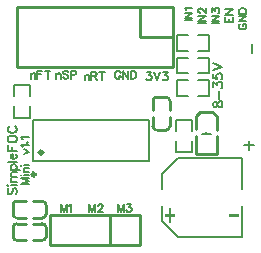
<source format=gto>
G04 Layer: TopSilkscreenLayer*
G04 EasyEDA v6.5.42, 2024-04-26 14:21:03*
G04 83e926d313864eea94535a794ce2a587,2865ae9118a24060a17af6d01c9bcc73,10*
G04 Gerber Generator version 0.2*
G04 Scale: 100 percent, Rotated: No, Reflected: No *
G04 Dimensions in millimeters *
G04 leading zeros omitted , absolute positions ,4 integer and 5 decimal *
%FSLAX45Y45*%
%MOMM*%

%ADD10C,0.2032*%
%ADD11C,0.2540*%
%ADD12C,0.2030*%
%ADD13C,0.1524*%
%ADD14C,0.3000*%
%ADD15C,0.0122*%

%LPD*%
D10*
X1491488Y-393700D02*
G01*
X1558290Y-393700D01*
X1491488Y-393700D02*
G01*
X1491488Y-352297D01*
X1523238Y-393700D02*
G01*
X1523238Y-368300D01*
X1558290Y-393700D02*
G01*
X1558290Y-352297D01*
X1491488Y-331215D02*
G01*
X1558290Y-331215D01*
X1491488Y-331215D02*
G01*
X1558290Y-286765D01*
X1491488Y-286765D02*
G01*
X1558290Y-286765D01*
X1691893Y-1398523D02*
G01*
X1691891Y-1480565D01*
X1651000Y-1439418D02*
G01*
X1732788Y-1439418D01*
X1718818Y-660400D02*
G01*
X1718818Y-578612D01*
X1392427Y-1099312D02*
G01*
X1395984Y-1110234D01*
X1403350Y-1114044D01*
X1410715Y-1114044D01*
X1417827Y-1110234D01*
X1421638Y-1103121D01*
X1425193Y-1088389D01*
X1428750Y-1077721D01*
X1436115Y-1070355D01*
X1443481Y-1066800D01*
X1454404Y-1066800D01*
X1461515Y-1070355D01*
X1465325Y-1073912D01*
X1468881Y-1084834D01*
X1468881Y-1099312D01*
X1465325Y-1110234D01*
X1461515Y-1114044D01*
X1454404Y-1117600D01*
X1443481Y-1117600D01*
X1436115Y-1114044D01*
X1428750Y-1106678D01*
X1425193Y-1095755D01*
X1421638Y-1081278D01*
X1417827Y-1073912D01*
X1410715Y-1070355D01*
X1403350Y-1070355D01*
X1395984Y-1073912D01*
X1392427Y-1084834D01*
X1392427Y-1099312D01*
X1436115Y-1042670D02*
G01*
X1436115Y-977137D01*
X1392427Y-945895D02*
G01*
X1392427Y-906018D01*
X1421638Y-927862D01*
X1421638Y-916939D01*
X1425193Y-909573D01*
X1428750Y-906018D01*
X1439672Y-902207D01*
X1447038Y-902207D01*
X1457959Y-906018D01*
X1465325Y-913129D01*
X1468881Y-924052D01*
X1468881Y-934973D01*
X1465325Y-945895D01*
X1461515Y-949705D01*
X1454404Y-953262D01*
X1392427Y-834644D02*
G01*
X1392427Y-870965D01*
X1425193Y-874776D01*
X1421638Y-870965D01*
X1417827Y-860044D01*
X1417827Y-849121D01*
X1421638Y-838454D01*
X1428750Y-831087D01*
X1439672Y-827531D01*
X1447038Y-827531D01*
X1457959Y-831087D01*
X1465325Y-838454D01*
X1468881Y-849121D01*
X1468881Y-860044D01*
X1465325Y-870965D01*
X1461515Y-874776D01*
X1454404Y-878331D01*
X1392427Y-803402D02*
G01*
X1468881Y-774445D01*
X1392427Y-745236D02*
G01*
X1468881Y-774445D01*
X-336550Y-1803400D02*
G01*
X-343915Y-1810512D01*
X-347471Y-1821434D01*
X-347471Y-1835912D01*
X-343915Y-1846834D01*
X-336550Y-1854200D01*
X-329184Y-1854200D01*
X-322071Y-1850644D01*
X-318262Y-1846834D01*
X-314705Y-1839721D01*
X-307339Y-1817878D01*
X-303784Y-1810512D01*
X-300228Y-1806955D01*
X-292862Y-1803400D01*
X-281939Y-1803400D01*
X-274573Y-1810512D01*
X-271018Y-1821434D01*
X-271018Y-1835912D01*
X-274573Y-1846834D01*
X-281939Y-1854200D01*
X-347471Y-1779270D02*
G01*
X-343915Y-1775713D01*
X-347471Y-1771904D01*
X-351028Y-1775713D01*
X-347471Y-1779270D01*
X-322071Y-1775713D02*
G01*
X-271018Y-1775713D01*
X-322071Y-1748028D02*
G01*
X-271018Y-1748028D01*
X-307339Y-1748028D02*
G01*
X-318262Y-1737105D01*
X-322071Y-1729739D01*
X-322071Y-1718818D01*
X-318262Y-1711705D01*
X-307339Y-1707895D01*
X-271018Y-1707895D01*
X-307339Y-1707895D02*
G01*
X-318262Y-1697228D01*
X-322071Y-1689862D01*
X-322071Y-1678939D01*
X-318262Y-1671573D01*
X-307339Y-1668018D01*
X-271018Y-1668018D01*
X-322071Y-1644142D02*
G01*
X-245618Y-1644142D01*
X-311150Y-1644142D02*
G01*
X-318262Y-1636776D01*
X-322071Y-1629410D01*
X-322071Y-1618487D01*
X-318262Y-1611376D01*
X-311150Y-1604010D01*
X-300228Y-1600454D01*
X-292862Y-1600454D01*
X-281939Y-1604010D01*
X-274573Y-1611376D01*
X-271018Y-1618487D01*
X-271018Y-1629410D01*
X-274573Y-1636776D01*
X-281939Y-1644142D01*
X-347471Y-1576323D02*
G01*
X-271018Y-1576323D01*
X-300228Y-1552447D02*
G01*
X-300228Y-1508760D01*
X-307339Y-1508760D01*
X-314705Y-1512315D01*
X-318262Y-1516126D01*
X-322071Y-1523237D01*
X-322071Y-1534160D01*
X-318262Y-1541526D01*
X-311150Y-1548637D01*
X-300228Y-1552447D01*
X-292862Y-1552447D01*
X-281939Y-1548637D01*
X-274573Y-1541526D01*
X-271018Y-1534160D01*
X-271018Y-1523237D01*
X-274573Y-1516126D01*
X-281939Y-1508760D01*
X-347471Y-1484629D02*
G01*
X-271018Y-1484629D01*
X-347471Y-1484629D02*
G01*
X-347471Y-1437386D01*
X-311150Y-1484629D02*
G01*
X-311150Y-1455673D01*
X-347471Y-1391665D02*
G01*
X-343915Y-1399031D01*
X-336550Y-1406144D01*
X-329184Y-1409954D01*
X-318262Y-1413510D01*
X-300228Y-1413510D01*
X-289305Y-1409954D01*
X-281939Y-1406144D01*
X-274573Y-1399031D01*
X-271018Y-1391665D01*
X-271018Y-1377187D01*
X-274573Y-1369821D01*
X-281939Y-1362455D01*
X-289305Y-1358900D01*
X-300228Y-1355344D01*
X-318262Y-1355344D01*
X-329184Y-1358900D01*
X-336550Y-1362455D01*
X-343915Y-1369821D01*
X-347471Y-1377187D01*
X-347471Y-1391665D01*
X-329184Y-1276857D02*
G01*
X-336550Y-1280413D01*
X-343915Y-1287779D01*
X-347471Y-1294892D01*
X-347471Y-1309370D01*
X-343915Y-1316736D01*
X-336550Y-1324102D01*
X-329184Y-1327657D01*
X-318262Y-1331213D01*
X-300228Y-1331213D01*
X-289305Y-1327657D01*
X-281939Y-1324102D01*
X-274573Y-1316736D01*
X-271018Y-1309370D01*
X-271018Y-1294892D01*
X-274573Y-1287779D01*
X-281939Y-1280413D01*
X-289305Y-1276857D01*
X-213360Y-1511300D02*
G01*
X-168910Y-1492250D01*
X-213360Y-1473200D02*
G01*
X-168910Y-1492250D01*
X-223012Y-1452118D02*
G01*
X-226313Y-1445768D01*
X-235712Y-1436115D01*
X-168910Y-1436115D01*
X-184912Y-1411986D02*
G01*
X-181610Y-1415287D01*
X-178562Y-1411986D01*
X-181610Y-1408937D01*
X-184912Y-1411986D01*
X-223012Y-1387855D02*
G01*
X-226313Y-1381505D01*
X-235712Y-1371854D01*
X-168910Y-1371854D01*
X101600Y-1935987D02*
G01*
X101600Y-2002789D01*
X101600Y-1935987D02*
G01*
X127000Y-2002789D01*
X152400Y-1935987D02*
G01*
X127000Y-2002789D01*
X152400Y-1935987D02*
G01*
X152400Y-2002789D01*
X173481Y-1948687D02*
G01*
X179831Y-1945386D01*
X189484Y-1935987D01*
X189484Y-2002789D01*
X342900Y-1935987D02*
G01*
X342900Y-2002789D01*
X342900Y-1935987D02*
G01*
X368300Y-2002789D01*
X393700Y-1935987D02*
G01*
X368300Y-2002789D01*
X393700Y-1935987D02*
G01*
X393700Y-2002789D01*
X418084Y-1951989D02*
G01*
X418084Y-1948687D01*
X421131Y-1942337D01*
X424434Y-1939036D01*
X430784Y-1935987D01*
X443484Y-1935987D01*
X449834Y-1939036D01*
X452881Y-1942337D01*
X456184Y-1948687D01*
X456184Y-1955037D01*
X452881Y-1961387D01*
X446531Y-1971039D01*
X414781Y-2002789D01*
X459231Y-2002789D01*
X584098Y-1935886D02*
G01*
X584098Y-2002688D01*
X584098Y-1935886D02*
G01*
X609752Y-2002688D01*
X635152Y-1935886D02*
G01*
X609752Y-2002688D01*
X635152Y-1935886D02*
G01*
X635152Y-2002688D01*
X662584Y-1935886D02*
G01*
X697382Y-1935886D01*
X678332Y-1961286D01*
X687984Y-1961286D01*
X694334Y-1964588D01*
X697382Y-1967890D01*
X700684Y-1977288D01*
X700684Y-1983638D01*
X697382Y-1993290D01*
X691032Y-1999640D01*
X681634Y-2002688D01*
X671982Y-2002688D01*
X662584Y-1999640D01*
X659282Y-1996338D01*
X655980Y-1989988D01*
X-235712Y-1765300D02*
G01*
X-168910Y-1765300D01*
X-235712Y-1765300D02*
G01*
X-168910Y-1739900D01*
X-235712Y-1714500D02*
G01*
X-168910Y-1739900D01*
X-235712Y-1714500D02*
G01*
X-168910Y-1714500D01*
X-235712Y-1693418D02*
G01*
X-232663Y-1690115D01*
X-235712Y-1687068D01*
X-239013Y-1690115D01*
X-235712Y-1693418D01*
X-213360Y-1690115D02*
G01*
X-168910Y-1690115D01*
X-213360Y-1665986D02*
G01*
X-168910Y-1665986D01*
X-200660Y-1665986D02*
G01*
X-210312Y-1656587D01*
X-213360Y-1650237D01*
X-213360Y-1640586D01*
X-210312Y-1634236D01*
X-200660Y-1630934D01*
X-168910Y-1630934D01*
X-235712Y-1610105D02*
G01*
X-232663Y-1606804D01*
X-235712Y-1603755D01*
X-239013Y-1606804D01*
X-235712Y-1610105D01*
X-213360Y-1606804D02*
G01*
X-168910Y-1606804D01*
X1148588Y-381000D02*
G01*
X1215390Y-381000D01*
X1148588Y-359918D02*
G01*
X1215390Y-359918D01*
X1148588Y-359918D02*
G01*
X1215390Y-315468D01*
X1148588Y-315468D02*
G01*
X1215390Y-315468D01*
X1161288Y-294386D02*
G01*
X1157986Y-288036D01*
X1148588Y-278637D01*
X1215390Y-278637D01*
X1262888Y-406400D02*
G01*
X1329690Y-406400D01*
X1262888Y-385318D02*
G01*
X1329690Y-385318D01*
X1262888Y-385318D02*
G01*
X1329690Y-340868D01*
X1262888Y-340868D02*
G01*
X1329690Y-340868D01*
X1278890Y-316737D02*
G01*
X1275588Y-316737D01*
X1269238Y-313436D01*
X1265936Y-310387D01*
X1262888Y-304037D01*
X1262888Y-291337D01*
X1265936Y-284734D01*
X1269238Y-281686D01*
X1275588Y-278384D01*
X1281938Y-278384D01*
X1288288Y-281686D01*
X1297940Y-288036D01*
X1329690Y-319786D01*
X1329690Y-275336D01*
X1377188Y-406400D02*
G01*
X1443990Y-406400D01*
X1377188Y-385318D02*
G01*
X1443990Y-385318D01*
X1377188Y-385318D02*
G01*
X1443990Y-340868D01*
X1377188Y-340868D02*
G01*
X1443990Y-340868D01*
X1377188Y-313436D02*
G01*
X1377188Y-278384D01*
X1402588Y-297687D01*
X1402588Y-288036D01*
X1405890Y-281686D01*
X1408938Y-278384D01*
X1418590Y-275336D01*
X1424940Y-275336D01*
X1434338Y-278384D01*
X1440688Y-284734D01*
X1443990Y-294386D01*
X1443990Y-304037D01*
X1440688Y-313436D01*
X1437640Y-316737D01*
X1431290Y-319786D01*
X831850Y-818387D02*
G01*
X866902Y-818387D01*
X847852Y-843787D01*
X857250Y-843787D01*
X863600Y-847089D01*
X866902Y-850137D01*
X869950Y-859789D01*
X869950Y-866139D01*
X866902Y-875537D01*
X860552Y-881887D01*
X850900Y-885189D01*
X841502Y-885189D01*
X831850Y-881887D01*
X828802Y-878839D01*
X825500Y-872489D01*
X891031Y-818387D02*
G01*
X916431Y-885189D01*
X941831Y-818387D02*
G01*
X916431Y-885189D01*
X969263Y-818387D02*
G01*
X1004315Y-818387D01*
X985265Y-843787D01*
X994663Y-843787D01*
X1001013Y-847089D01*
X1004315Y-850137D01*
X1007618Y-859789D01*
X1007618Y-866139D01*
X1004315Y-875537D01*
X997965Y-881887D01*
X988313Y-885189D01*
X978915Y-885189D01*
X969263Y-881887D01*
X966215Y-878839D01*
X962913Y-872489D01*
X1621790Y-409447D02*
G01*
X1615186Y-412750D01*
X1608836Y-419100D01*
X1605788Y-425450D01*
X1605788Y-438150D01*
X1608836Y-444500D01*
X1615186Y-450850D01*
X1621790Y-453897D01*
X1631188Y-457200D01*
X1647190Y-457200D01*
X1656588Y-453897D01*
X1662938Y-450850D01*
X1669288Y-444500D01*
X1672590Y-438150D01*
X1672590Y-425450D01*
X1669288Y-419100D01*
X1662938Y-412750D01*
X1656588Y-409447D01*
X1647190Y-409447D01*
X1647190Y-425450D02*
G01*
X1647190Y-409447D01*
X1605788Y-388365D02*
G01*
X1672590Y-388365D01*
X1605788Y-388365D02*
G01*
X1672590Y-343915D01*
X1605788Y-343915D02*
G01*
X1672590Y-343915D01*
X1605788Y-322834D02*
G01*
X1672590Y-322834D01*
X1605788Y-322834D02*
G01*
X1605788Y-300736D01*
X1608836Y-291084D01*
X1615186Y-284734D01*
X1621790Y-281686D01*
X1631188Y-278384D01*
X1647190Y-278384D01*
X1656588Y-281686D01*
X1662938Y-284734D01*
X1669288Y-291084D01*
X1672590Y-300736D01*
X1672590Y-322834D01*
X-152400Y-828039D02*
G01*
X-152400Y-872489D01*
X-152400Y-840739D02*
G01*
X-142747Y-831087D01*
X-136397Y-828039D01*
X-127000Y-828039D01*
X-120650Y-831087D01*
X-117347Y-840739D01*
X-117347Y-872489D01*
X-96520Y-805687D02*
G01*
X-96520Y-872489D01*
X-96520Y-805687D02*
G01*
X-55118Y-805687D01*
X-96520Y-837437D02*
G01*
X-70865Y-837437D01*
X-11684Y-805687D02*
G01*
X-11684Y-872489D01*
X-34036Y-805687D02*
G01*
X10413Y-805687D01*
X63500Y-828039D02*
G01*
X63500Y-872489D01*
X63500Y-840739D02*
G01*
X73152Y-831087D01*
X79502Y-828039D01*
X88900Y-828039D01*
X95250Y-831087D01*
X98552Y-840739D01*
X98552Y-872489D01*
X164084Y-815086D02*
G01*
X157734Y-808736D01*
X148081Y-805687D01*
X135381Y-805687D01*
X125984Y-808736D01*
X119379Y-815086D01*
X119379Y-821689D01*
X122681Y-828039D01*
X125984Y-831087D01*
X132334Y-834389D01*
X151384Y-840739D01*
X157734Y-843787D01*
X160781Y-847089D01*
X164084Y-853439D01*
X164084Y-862837D01*
X157734Y-869187D01*
X148081Y-872489D01*
X135381Y-872489D01*
X125984Y-869187D01*
X119379Y-862837D01*
X185165Y-805687D02*
G01*
X185165Y-872489D01*
X185165Y-805687D02*
G01*
X213613Y-805687D01*
X223265Y-808736D01*
X226313Y-812037D01*
X229615Y-818387D01*
X229615Y-828039D01*
X226313Y-834389D01*
X223265Y-837437D01*
X213613Y-840739D01*
X185165Y-840739D01*
X304800Y-840739D02*
G01*
X304800Y-885189D01*
X304800Y-853439D02*
G01*
X314452Y-843787D01*
X320802Y-840739D01*
X330200Y-840739D01*
X336550Y-843787D01*
X339852Y-853439D01*
X339852Y-885189D01*
X360679Y-818387D02*
G01*
X360679Y-885189D01*
X360679Y-818387D02*
G01*
X389381Y-818387D01*
X399034Y-821436D01*
X402081Y-824737D01*
X405384Y-831087D01*
X405384Y-837437D01*
X402081Y-843787D01*
X399034Y-847089D01*
X389381Y-850137D01*
X360679Y-850137D01*
X383031Y-850137D02*
G01*
X405384Y-885189D01*
X448563Y-818387D02*
G01*
X448563Y-885189D01*
X426465Y-818387D02*
G01*
X470915Y-818387D01*
X606552Y-821689D02*
G01*
X603250Y-815086D01*
X596900Y-808736D01*
X590550Y-805687D01*
X577850Y-805687D01*
X571500Y-808736D01*
X565150Y-815086D01*
X562102Y-821689D01*
X558800Y-831087D01*
X558800Y-847089D01*
X562102Y-856487D01*
X565150Y-862837D01*
X571500Y-869187D01*
X577850Y-872489D01*
X590550Y-872489D01*
X596900Y-869187D01*
X603250Y-862837D01*
X606552Y-856487D01*
X606552Y-847089D01*
X590550Y-847089D02*
G01*
X606552Y-847089D01*
X627634Y-805687D02*
G01*
X627634Y-872489D01*
X627634Y-805687D02*
G01*
X672084Y-872489D01*
X672084Y-805687D02*
G01*
X672084Y-872489D01*
X693165Y-805687D02*
G01*
X693165Y-872489D01*
X693165Y-805687D02*
G01*
X715263Y-805687D01*
X724915Y-808736D01*
X731265Y-815086D01*
X734313Y-821689D01*
X737615Y-831087D01*
X737615Y-847089D01*
X734313Y-856487D01*
X731265Y-862837D01*
X724915Y-869187D01*
X715263Y-872489D01*
X693165Y-872489D01*
G36*
X1526387Y-2021484D02*
G01*
X1526387Y-2041296D01*
X1605584Y-2041296D01*
X1605584Y-2021484D01*
G37*
G36*
X985215Y-2021484D02*
G01*
X985215Y-2041296D01*
X1064412Y-2041296D01*
X1064412Y-2021484D01*
G37*
G36*
X1014882Y-1965401D02*
G01*
X1014882Y-2097379D01*
X1034694Y-2097379D01*
X1034694Y-1965401D01*
G37*
D11*
X1247140Y-1510029D02*
G01*
X1419859Y-1510029D01*
X1419859Y-1510029D02*
G01*
X1419859Y-1362710D01*
X1247140Y-1510029D02*
G01*
X1247140Y-1362710D01*
X1419859Y-1304289D02*
G01*
X1419859Y-1187450D01*
X1247140Y-1301750D02*
G01*
X1247140Y-1187450D01*
X1247140Y-1187450D02*
G01*
X1282700Y-1151889D01*
X1384300Y-1151889D01*
X1419859Y-1187450D01*
D12*
X1292859Y-1341120D02*
G01*
X1371600Y-1341120D01*
X1332704Y-1341120D02*
G01*
X1332704Y-1323583D01*
D13*
X1209060Y-1316278D02*
G01*
X1209060Y-1220391D01*
X1076939Y-1220391D01*
X1076939Y-1316278D01*
X1209060Y-1401521D02*
G01*
X1209060Y-1497408D01*
X1076939Y-1497408D01*
X1076939Y-1401521D01*
X1630961Y-1953526D02*
G01*
X1632965Y-2217165D01*
X1097279Y-2217165D01*
X957834Y-2077720D01*
X959170Y-1948179D01*
X1632348Y-1808830D02*
G01*
X1633016Y-1541983D01*
X1097396Y-1541983D01*
X957783Y-1681596D01*
X957783Y-1811020D01*
D11*
X1054100Y-774700D02*
G01*
X-266700Y-774700D01*
X-266700Y-266700D01*
X1054100Y-266700D01*
X1054100Y-774700D01*
X1054100Y-520700D02*
G01*
X774700Y-520700D01*
X774700Y-266700D01*
X1054100Y-266700D01*
X1054100Y-520700D01*
D13*
X1176578Y-505439D02*
G01*
X1080691Y-505439D01*
X1080691Y-637560D01*
X1176578Y-637560D01*
X1261821Y-505439D02*
G01*
X1357708Y-505439D01*
X1357708Y-637560D01*
X1261821Y-637560D01*
X1176578Y-695939D02*
G01*
X1080691Y-695939D01*
X1080691Y-828060D01*
X1176578Y-828060D01*
X1261821Y-695939D02*
G01*
X1357708Y-695939D01*
X1357708Y-828060D01*
X1261821Y-828060D01*
X1176578Y-886439D02*
G01*
X1080691Y-886439D01*
X1080691Y-1018560D01*
X1176578Y-1018560D01*
X1261821Y-886439D02*
G01*
X1357708Y-886439D01*
X1357708Y-1018560D01*
X1261821Y-1018560D01*
X-294660Y-1109421D02*
G01*
X-294660Y-1205308D01*
X-162539Y-1205308D01*
X-162539Y-1109421D01*
X-294660Y-1024178D02*
G01*
X-294660Y-928291D01*
X-162539Y-928291D01*
X-162539Y-1024178D01*
D11*
X-304101Y-2021177D02*
G01*
X-304101Y-1941174D01*
X-193126Y-2052162D02*
G01*
X-273123Y-2052162D01*
X-193126Y-1910196D02*
G01*
X-273123Y-1910196D01*
X-135536Y-2052744D02*
G01*
X-55537Y-2052744D01*
X-24554Y-2021761D02*
G01*
X-24554Y-1941763D01*
X-135536Y-1910783D02*
G01*
X-55537Y-1910783D01*
X-304101Y-2211677D02*
G01*
X-304101Y-2131674D01*
X-193126Y-2242662D02*
G01*
X-273123Y-2242662D01*
X-193126Y-2100696D02*
G01*
X-273123Y-2100696D01*
X-135536Y-2243244D02*
G01*
X-55537Y-2243244D01*
X-24554Y-2212261D02*
G01*
X-24554Y-2132263D01*
X-135536Y-2101283D02*
G01*
X-55537Y-2101283D01*
X912522Y-1029398D02*
G01*
X992525Y-1029398D01*
X881537Y-1140373D02*
G01*
X881537Y-1060376D01*
X1023503Y-1140373D02*
G01*
X1023503Y-1060376D01*
X880955Y-1197963D02*
G01*
X880955Y-1277962D01*
X911938Y-1308945D02*
G01*
X991936Y-1308945D01*
X1022916Y-1197963D02*
G01*
X1022916Y-1277962D01*
X774700Y-2286000D02*
G01*
X12700Y-2286000D01*
X12700Y-2032000D01*
X774700Y-2032000D02*
G01*
X12700Y-2032000D01*
X774700Y-2286000D02*
G01*
X774700Y-2032000D01*
X515856Y-2286000D02*
G01*
X515856Y-2032000D01*
D13*
X-137020Y-1574126D02*
G01*
X-137020Y-1219847D01*
X848220Y-1219847D01*
X848220Y-1574126D01*
X-137020Y-1574126D01*
D11*
G75*
G01*
X-24549Y-2021761D02*
G02*
X-55532Y-2052744I-30983J0D01*
G75*
G01*
X-55532Y-1910778D02*
G02*
X-24549Y-1941764I0J-30983D01*
G75*
G01*
X-273119Y-2052163D02*
G02*
X-304101Y-2021177I0J30983D01*
G75*
G01*
X-304101Y-1941180D02*
G02*
X-273119Y-1910197I30982J0D01*
G75*
G01*
X-24549Y-2212261D02*
G02*
X-55532Y-2243244I-30983J0D01*
G75*
G01*
X-55532Y-2101278D02*
G02*
X-24549Y-2132264I0J-30983D01*
G75*
G01*
X-273119Y-2242663D02*
G02*
X-304101Y-2211677I0J30983D01*
G75*
G01*
X-304101Y-2131680D02*
G02*
X-273119Y-2100697I30982J0D01*
G75*
G01*
X911939Y-1308951D02*
G02*
X880956Y-1277968I0J30983D01*
G75*
G01*
X1022922Y-1277968D02*
G02*
X991936Y-1308951I-30983J0D01*
G75*
G01*
X881537Y-1060381D02*
G02*
X912523Y-1029399I30983J0D01*
G75*
G01*
X992520Y-1029399D02*
G02*
X1023503Y-1060381I0J-30982D01*
D14*
G75*
G01
X-51892Y-1498905D02*
G03X-51892Y-1498905I-15011J0D01*
G75*
G01
X-114275Y-1683588D02*
G03X-114275Y-1683588I-15011J0D01*
M02*

</source>
